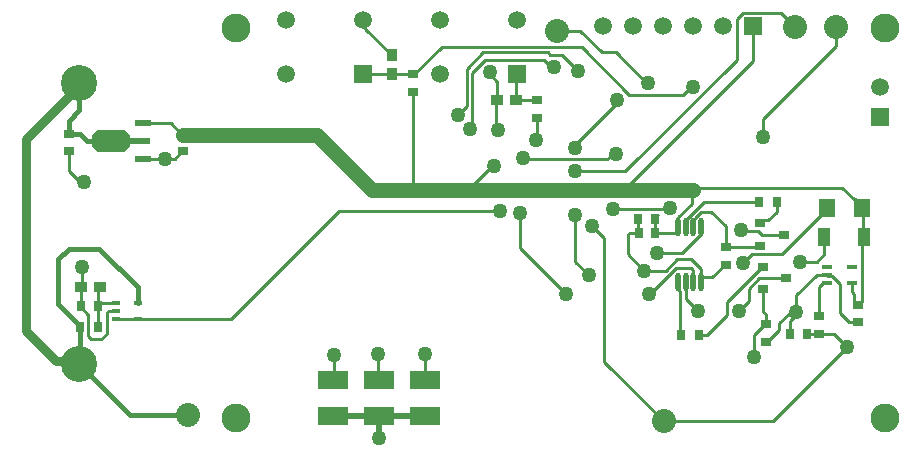
<source format=gtl>
G04*
G04 #@! TF.GenerationSoftware,Altium Limited,Altium Designer,20.1.7 (139)*
G04*
G04 Layer_Physical_Order=1*
G04 Layer_Color=255*
%FSLAX23Y23*%
%MOIN*%
G70*
G04*
G04 #@! TF.SameCoordinates,7C998F9C-D2B3-43E1-8EDA-AE96681A2DE1*
G04*
G04*
G04 #@! TF.FilePolarity,Positive*
G04*
G01*
G75*
%ADD15C,0.010*%
%ADD19R,0.043X0.063*%
%ADD20R,0.055X0.063*%
%ADD21R,0.035X0.031*%
%ADD22R,0.035X0.028*%
%ADD23O,0.018X0.061*%
%ADD24R,0.031X0.035*%
%ADD25R,0.039X0.037*%
%ADD26R,0.028X0.035*%
%ADD27R,0.026X0.016*%
%ADD28R,0.037X0.039*%
%ADD29R,0.102X0.059*%
G04:AMPARAMS|DCode=30|XSize=75mil|YSize=126mil|CornerRadius=0mil|HoleSize=0mil|Usage=FLASHONLY|Rotation=270.000|XOffset=0mil|YOffset=0mil|HoleType=Round|Shape=Octagon|*
%AMOCTAGOND30*
4,1,8,0.063,0.019,0.063,-0.019,0.044,-0.037,-0.044,-0.037,-0.063,-0.019,-0.063,0.019,-0.044,0.037,0.044,0.037,0.063,0.019,0.0*
%
%ADD30OCTAGOND30*%

%ADD31R,0.055X0.024*%
%ADD32R,0.071X0.024*%
%ADD38R,0.035X0.016*%
%ADD55C,0.015*%
%ADD56C,0.050*%
%ADD57C,0.030*%
%ADD58C,0.020*%
%ADD59R,0.059X0.059*%
%ADD60C,0.059*%
%ADD61C,0.080*%
%ADD62R,0.059X0.059*%
%ADD63C,0.120*%
%ADD64C,0.050*%
%ADD65C,0.096*%
D15*
X429Y382D02*
Y453D01*
X435Y459D01*
X460D01*
X367Y376D02*
Y446D01*
X378Y365D02*
X412D01*
X343Y470D02*
X367Y446D01*
Y376D02*
X378Y365D01*
X343Y470D02*
Y537D01*
X412Y365D02*
X429Y382D01*
X304Y926D02*
Y993D01*
Y926D02*
X342Y888D01*
X338Y280D02*
X342Y285D01*
X2390Y767D02*
X2412Y789D01*
X2384Y761D02*
X2390Y766D01*
Y767D01*
X2384Y737D02*
Y761D01*
X2444Y789D02*
X2493Y740D01*
X2412Y789D02*
X2444D01*
X2616Y457D02*
Y530D01*
Y457D02*
X2628Y445D01*
Y416D02*
Y445D01*
X2403Y377D02*
X2431D01*
X2498Y444D01*
Y489D01*
X2614Y605D01*
X2616D01*
X2333Y530D02*
X2339Y524D01*
Y382D02*
Y524D01*
Y382D02*
X2343Y377D01*
X2333Y530D02*
Y554D01*
X2116Y799D02*
X2306D01*
X2307Y800D01*
X2116Y799D02*
X2116Y799D01*
X2410Y713D02*
Y737D01*
X2404Y708D02*
X2410Y713D01*
X2265Y651D02*
X2348D01*
X2404Y707D02*
Y708D01*
X2348Y651D02*
X2404Y707D01*
X2360Y498D02*
Y552D01*
Y498D02*
X2399Y459D01*
X2935Y478D02*
X2937D01*
X2948Y488D01*
Y699D01*
X2679Y649D02*
X2829Y799D01*
X2580Y649D02*
X2679D01*
X2549Y618D02*
X2580Y649D01*
X2663Y822D02*
X2671Y814D01*
X2608Y750D02*
X2618Y761D01*
X2634D02*
X2663Y789D01*
X2618Y761D02*
X2634D01*
X2805Y440D02*
Y538D01*
X2816Y550D02*
X2826D01*
X2805Y538D02*
X2816Y550D01*
X2826D02*
X2829Y552D01*
X2740Y623D02*
X2796D01*
X2172Y718D02*
X2203D01*
X2875Y450D02*
Y547D01*
X2903Y422D02*
X2935D01*
X2875Y450D02*
X2903Y422D01*
X2240Y514D02*
X2328Y602D01*
X2238Y514D02*
X2240D01*
X2728Y510D02*
X2796Y578D01*
X2728Y456D02*
Y510D01*
X2222Y593D02*
X2293D01*
X2410Y554D02*
Y567D01*
X2924Y830D02*
X2947Y807D01*
X2881Y869D02*
X2921Y830D01*
X2947Y803D02*
Y807D01*
X2921Y830D02*
X2924D01*
X2383Y869D02*
X2881D01*
X2360Y763D02*
X2419Y822D01*
X2603D01*
X2922Y488D02*
Y515D01*
Y488D02*
X2927Y483D01*
X2931D01*
X2915Y522D02*
X2922Y515D01*
X2915Y522D02*
Y552D01*
X2380Y816D02*
Y860D01*
X2156Y864D02*
X2584Y1292D01*
X2257Y719D02*
Y768D01*
X2493Y671D02*
Y740D01*
Y671D02*
X2603D01*
X2448Y571D02*
X2489Y611D01*
X2413Y571D02*
X2448D01*
X2410Y567D02*
X2413Y571D01*
X2259Y717D02*
X2329D01*
X2257Y719D02*
X2259Y717D01*
X2829Y799D02*
Y803D01*
X2358Y554D02*
X2360Y552D01*
X2358Y554D02*
X2359Y554D01*
Y737D02*
X2360Y738D01*
Y763D01*
X2948Y699D02*
X2954Y705D01*
X2796Y578D02*
X2829D01*
X2328Y602D02*
X2378D01*
X2384Y596D01*
Y554D02*
Y596D01*
X2544Y728D02*
X2548Y724D01*
X2602D01*
X2613Y713D01*
X2686D01*
X2829Y578D02*
X2832Y575D01*
X2847D01*
X2875Y547D01*
X2796Y623D02*
X2820Y647D01*
Y705D01*
X2257Y768D02*
X2268Y779D01*
X2268D01*
X2293Y593D02*
X2330Y630D01*
X2376D01*
X2409Y597D01*
Y571D02*
Y597D01*
X2334Y722D02*
Y770D01*
X2380Y816D01*
X2603Y671D02*
X2608Y676D01*
X2489Y611D02*
X2493D01*
X2329Y717D02*
X2334Y722D01*
X2947Y803D02*
X2949Y801D01*
Y710D02*
Y801D01*
Y710D02*
X2954Y705D01*
X2202Y719D02*
X2203Y718D01*
X2202Y719D02*
Y766D01*
X2158Y924D02*
X2530Y1295D01*
X1991Y924D02*
X2158D01*
X2116Y982D02*
X2127D01*
X2380Y860D02*
X2383Y863D01*
X2166Y712D02*
X2172Y718D01*
X2166Y649D02*
Y712D01*
Y649D02*
X2222Y593D01*
X2805Y440D02*
X2805Y440D01*
X2663Y789D02*
Y822D01*
X2617Y1098D02*
X2861Y1342D01*
Y1404D01*
X2617Y1037D02*
Y1098D01*
X2549Y1453D02*
X2678D01*
X2725Y1406D01*
X2530Y1433D02*
X2549Y1453D01*
X2530Y1295D02*
Y1433D01*
X2584Y1407D02*
X2585Y1408D01*
X2584Y1292D02*
Y1407D01*
X2013Y1338D02*
X2171Y1179D01*
X2081Y1320D02*
X2126D01*
X2227Y1219D01*
X2171Y1179D02*
X2352D01*
X1546Y1338D02*
X2013D01*
X1931Y1393D02*
X2008D01*
X2081Y1320D01*
X2227Y1219D02*
X2235D01*
X1807Y669D02*
X1962Y514D01*
X1807Y669D02*
Y785D01*
X1865Y1029D02*
Y1101D01*
X2046Y743D02*
X2088Y701D01*
Y288D02*
Y701D01*
X2604Y568D02*
X2676D01*
X2570Y533D02*
X2604Y568D01*
X2570Y491D02*
Y533D01*
X2538Y459D02*
X2570Y491D01*
X2624Y416D02*
X2628D01*
X2587Y378D02*
X2619Y410D01*
X2624Y416D01*
X2672Y417D02*
X2703Y448D01*
X2672Y396D02*
Y417D01*
X2632Y356D02*
X2672Y396D01*
X2628Y356D02*
X2632D01*
X2728Y445D02*
Y456D01*
X2720Y448D02*
X2728Y456D01*
X2703Y448D02*
X2720D01*
X1455Y1247D02*
X1546Y1338D01*
X2707Y380D02*
Y425D01*
X2728Y445D01*
X2587Y305D02*
Y378D01*
X1907Y1313D02*
X1946D01*
X1629Y1266D02*
X1683Y1320D01*
X1900D01*
X1907Y1313D01*
X1946D02*
X2001Y1259D01*
X1629Y1140D02*
Y1266D01*
X2378Y1205D02*
X2383D01*
X2352Y1179D02*
X2378Y1205D01*
X1910Y1271D02*
X1919D01*
X1886Y1295D02*
X1910Y1271D01*
X1689Y1295D02*
X1886D01*
X1647Y1253D02*
X1689Y1295D01*
X1647Y1070D02*
Y1253D01*
X1706Y1248D02*
Y1255D01*
Y1248D02*
X1731Y1223D01*
Y1160D02*
Y1223D01*
X402Y1025D02*
X541D01*
X338Y1219D02*
Y1219D01*
X311Y1219D02*
X338D01*
X336Y282D02*
X338Y280D01*
X329Y289D02*
X336Y282D01*
X1727Y1080D02*
Y1156D01*
Y1080D02*
X1735Y1072D01*
Y1061D02*
Y1072D01*
X1727Y1156D02*
X1731Y1160D01*
X1641Y1064D02*
X1647Y1070D01*
X1794Y1160D02*
Y1245D01*
Y1160D02*
X1795Y1161D01*
X1794Y1245D02*
X1798Y1249D01*
X1795Y1161D02*
X1865D01*
X1380Y1247D02*
X1455D01*
X2088Y288D02*
X2286Y90D01*
X2649D02*
X2896Y337D01*
X2286Y90D02*
X2649D01*
X1992Y623D02*
Y778D01*
Y623D02*
X2037Y578D01*
X2805Y380D02*
X2853D01*
X2896Y337D01*
X2763Y380D02*
X2763Y380D01*
X2805D01*
X347Y542D02*
Y604D01*
X343Y537D02*
X344Y539D01*
X347Y542D01*
X342Y888D02*
X353D01*
X1722Y793D02*
X1737Y808D01*
X535Y433D02*
X843D01*
X1451Y863D02*
Y1187D01*
X401Y404D02*
X401Y404D01*
X402Y476D02*
X410Y485D01*
X401Y476D02*
X402Y476D01*
X410Y485D02*
X460D01*
X402Y534D02*
X407Y539D01*
X401Y404D02*
Y476D01*
X402Y476D02*
Y534D01*
X460Y433D02*
X535D01*
X2235Y1219D02*
Y1219D01*
X2221Y1205D02*
X2235Y1219D01*
X1816Y968D02*
X1816D01*
X1821Y964D01*
X2097D01*
X1992Y1003D02*
Y1012D01*
X2097Y964D02*
X2116Y982D01*
X2132Y1151D02*
Y1162D01*
X1992Y1012D02*
X2132Y1151D01*
X1714Y942D02*
X1722D01*
X1635Y863D02*
X1714Y942D01*
X1601Y1112D02*
X1629Y1140D01*
X1203Y793D02*
X1722D01*
X843Y433D02*
X1203Y793D01*
X2001Y1259D02*
X2001D01*
X1336Y109D02*
X1338Y107D01*
X1491Y227D02*
X1492Y228D01*
Y316D01*
X1333Y231D02*
X1336Y227D01*
X1333Y231D02*
Y314D01*
X1184Y227D02*
X1186Y229D01*
Y313D01*
X1380Y1247D02*
X1380Y1247D01*
X1285Y1247D02*
X1380D01*
X1283Y1249D02*
X1285Y1247D01*
X1380Y1310D02*
Y1311D01*
X1292Y1399D02*
X1380Y1311D01*
X1292Y1399D02*
Y1417D01*
X1283Y1427D02*
X1292Y1417D01*
X643Y1084D02*
X682Y1045D01*
X549Y1084D02*
X643D01*
X549Y966D02*
X658D01*
X682Y990D01*
X684D01*
X682Y1045D02*
X684D01*
D19*
X2954Y705D02*
D03*
X2820D02*
D03*
D20*
X2829Y803D02*
D03*
X2947D02*
D03*
D21*
X2694Y568D02*
D03*
X2616Y530D02*
D03*
Y605D02*
D03*
X2608Y750D02*
D03*
Y676D02*
D03*
X2686Y713D02*
D03*
X2935Y478D02*
D03*
Y422D02*
D03*
X684Y990D02*
D03*
Y1045D02*
D03*
X304Y993D02*
D03*
Y1048D02*
D03*
D22*
X2493Y671D02*
D03*
Y611D02*
D03*
X1865Y1101D02*
D03*
Y1161D02*
D03*
X2628Y416D02*
D03*
Y356D02*
D03*
X2805Y440D02*
D03*
Y380D02*
D03*
X1451Y1187D02*
D03*
Y1247D02*
D03*
D23*
X2333Y554D02*
D03*
X2359D02*
D03*
X2384D02*
D03*
X2410D02*
D03*
X2333Y737D02*
D03*
X2359D02*
D03*
X2384D02*
D03*
X2410D02*
D03*
D24*
X2203Y718D02*
D03*
X2258D02*
D03*
X2202Y766D02*
D03*
X2257D02*
D03*
X2763Y380D02*
D03*
X2707D02*
D03*
D25*
X1794Y1160D02*
D03*
X1731D02*
D03*
X344Y539D02*
D03*
X407D02*
D03*
D26*
X2603Y822D02*
D03*
X2663D02*
D03*
X2403Y377D02*
D03*
X2343D02*
D03*
X402Y474D02*
D03*
X343D02*
D03*
X342Y404D02*
D03*
X401D02*
D03*
D27*
X460Y485D02*
D03*
Y459D02*
D03*
Y433D02*
D03*
X535D02*
D03*
Y485D02*
D03*
D28*
X1380Y1310D02*
D03*
Y1247D02*
D03*
D29*
X1491Y109D02*
D03*
Y227D02*
D03*
X1336Y109D02*
D03*
Y227D02*
D03*
X1184Y109D02*
D03*
Y227D02*
D03*
D30*
X443Y1025D02*
D03*
D31*
X549Y1084D02*
D03*
Y966D02*
D03*
D32*
X541Y1025D02*
D03*
D38*
X2829Y604D02*
D03*
Y578D02*
D03*
Y552D02*
D03*
X2915D02*
D03*
Y604D02*
D03*
D55*
X342Y285D02*
Y408D01*
X342Y1048D02*
X365Y1025D01*
X304Y1048D02*
X342D01*
X365Y1025D02*
X402D01*
X338Y1127D02*
Y1219D01*
Y280D02*
X506Y112D01*
X700D01*
X267Y483D02*
X342Y408D01*
X267Y483D02*
Y630D01*
X303Y666D01*
X405D01*
X535Y537D01*
X304Y1048D02*
Y1093D01*
X338Y1127D01*
X535Y485D02*
Y537D01*
D56*
X2156Y863D02*
X2246D01*
X1636D02*
X2156D01*
X2246D02*
X2383D01*
X1131Y1045D02*
X1313Y863D01*
X684Y1045D02*
X1131D01*
X1313Y863D02*
X1451D01*
X1636D01*
X1635Y863D02*
X1636Y863D01*
D57*
X162Y390D02*
X261Y291D01*
X162Y1032D02*
X338Y1208D01*
X162Y390D02*
Y1032D01*
X338Y1208D02*
Y1219D01*
X327Y291D02*
X329Y289D01*
X261Y291D02*
X327D01*
D58*
X1338Y36D02*
Y107D01*
X1336Y109D02*
X1491D01*
X1184D02*
X1336D01*
D59*
X2585Y1408D02*
D03*
X1798Y1249D02*
D03*
X1283D02*
D03*
D60*
X2485Y1408D02*
D03*
X2385D02*
D03*
X2285D02*
D03*
X2185D02*
D03*
X2085D02*
D03*
X3006Y1204D02*
D03*
X1542Y1249D02*
D03*
Y1427D02*
D03*
X1798D02*
D03*
X1027Y1249D02*
D03*
Y1427D02*
D03*
X1283D02*
D03*
D61*
X2861Y1404D02*
D03*
X2725Y1406D02*
D03*
X1931Y1393D02*
D03*
X2286Y90D02*
D03*
X700Y112D02*
D03*
D62*
X3006Y1104D02*
D03*
D63*
X338Y1219D02*
D03*
Y280D02*
D03*
D64*
X2307Y800D02*
D03*
X2544Y728D02*
D03*
X2127Y982D02*
D03*
X2238Y514D02*
D03*
X1962D02*
D03*
X2116Y799D02*
D03*
X2383Y863D02*
D03*
X2399Y459D02*
D03*
X2046Y743D02*
D03*
X2265Y651D02*
D03*
X2549Y618D02*
D03*
X2740Y623D02*
D03*
X2538Y459D02*
D03*
X2728Y456D02*
D03*
X2587Y305D02*
D03*
X1706Y1255D02*
D03*
X1735Y1061D02*
D03*
X2037Y578D02*
D03*
X1992Y778D02*
D03*
X2222Y593D02*
D03*
X347Y604D02*
D03*
X353Y888D02*
D03*
X2617Y1037D02*
D03*
X2383Y1205D02*
D03*
X2235Y1219D02*
D03*
X1816Y968D02*
D03*
X1861Y1029D02*
D03*
X1992Y1003D02*
D03*
X1991Y924D02*
D03*
X1451Y863D02*
D03*
X2132Y1162D02*
D03*
X1722Y942D02*
D03*
X1641Y1064D02*
D03*
X1739Y791D02*
D03*
X1807Y785D02*
D03*
X1601Y1112D02*
D03*
X1919Y1271D02*
D03*
X2001Y1259D02*
D03*
X1338Y36D02*
D03*
X1186Y313D02*
D03*
X1333Y314D02*
D03*
X1492Y316D02*
D03*
X2896Y337D02*
D03*
X624Y965D02*
D03*
D65*
X3025Y1400D02*
D03*
X860D02*
D03*
Y100D02*
D03*
X3025D02*
D03*
M02*

</source>
